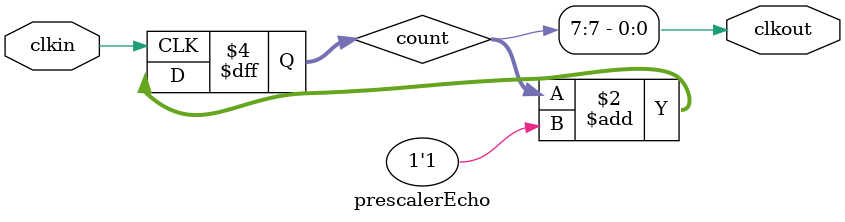
<source format=v>

module prescalerEcho(clkin,clkout);

parameter bitScale= 8;

input clkin;
output clkout; 
reg [bitScale-1:0] count=0;

assign clkout= count[bitScale-1];

always @(posedge (clkin))
	count<= count+1'b1;

endmodule
</source>
